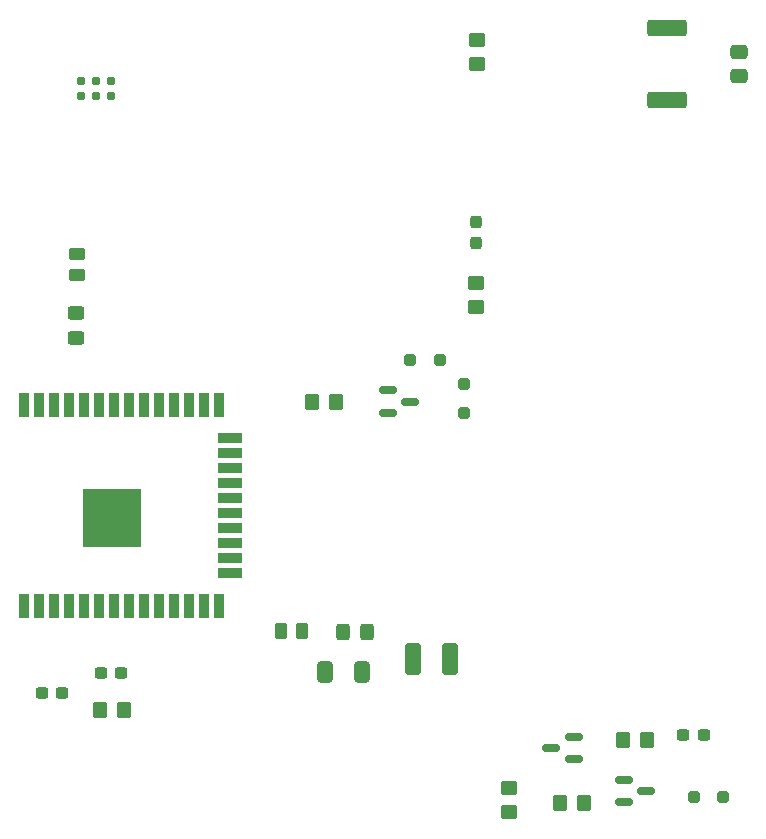
<source format=gtp>
G04 #@! TF.GenerationSoftware,KiCad,Pcbnew,(7.0.0-0)*
G04 #@! TF.CreationDate,2023-03-22T08:14:14+00:00*
G04 #@! TF.ProjectId,ESP_AC_CDI_1,4553505f-4143-45f4-9344-495f312e6b69,rev?*
G04 #@! TF.SameCoordinates,Original*
G04 #@! TF.FileFunction,Paste,Top*
G04 #@! TF.FilePolarity,Positive*
%FSLAX46Y46*%
G04 Gerber Fmt 4.6, Leading zero omitted, Abs format (unit mm)*
G04 Created by KiCad (PCBNEW (7.0.0-0)) date 2023-03-22 08:14:14*
%MOMM*%
%LPD*%
G01*
G04 APERTURE LIST*
G04 Aperture macros list*
%AMRoundRect*
0 Rectangle with rounded corners*
0 $1 Rounding radius*
0 $2 $3 $4 $5 $6 $7 $8 $9 X,Y pos of 4 corners*
0 Add a 4 corners polygon primitive as box body*
4,1,4,$2,$3,$4,$5,$6,$7,$8,$9,$2,$3,0*
0 Add four circle primitives for the rounded corners*
1,1,$1+$1,$2,$3*
1,1,$1+$1,$4,$5*
1,1,$1+$1,$6,$7*
1,1,$1+$1,$8,$9*
0 Add four rect primitives between the rounded corners*
20,1,$1+$1,$2,$3,$4,$5,0*
20,1,$1+$1,$4,$5,$6,$7,0*
20,1,$1+$1,$6,$7,$8,$9,0*
20,1,$1+$1,$8,$9,$2,$3,0*%
G04 Aperture macros list end*
%ADD10RoundRect,0.250000X-0.475000X0.337500X-0.475000X-0.337500X0.475000X-0.337500X0.475000X0.337500X0*%
%ADD11RoundRect,0.249999X1.425001X-0.450001X1.425001X0.450001X-1.425001X0.450001X-1.425001X-0.450001X0*%
%ADD12RoundRect,0.237500X-0.300000X-0.237500X0.300000X-0.237500X0.300000X0.237500X-0.300000X0.237500X0*%
%ADD13RoundRect,0.237500X0.300000X0.237500X-0.300000X0.237500X-0.300000X-0.237500X0.300000X-0.237500X0*%
%ADD14RoundRect,0.250000X0.250000X0.250000X-0.250000X0.250000X-0.250000X-0.250000X0.250000X-0.250000X0*%
%ADD15RoundRect,0.250000X-0.250000X0.250000X-0.250000X-0.250000X0.250000X-0.250000X0.250000X0.250000X0*%
%ADD16RoundRect,0.250000X-0.325000X-0.450000X0.325000X-0.450000X0.325000X0.450000X-0.325000X0.450000X0*%
%ADD17RoundRect,0.250000X-0.350000X-0.450000X0.350000X-0.450000X0.350000X0.450000X-0.350000X0.450000X0*%
%ADD18R,0.900000X2.000000*%
%ADD19R,2.000000X0.900000*%
%ADD20R,5.000000X5.000000*%
%ADD21RoundRect,0.250000X-0.412500X-1.100000X0.412500X-1.100000X0.412500X1.100000X-0.412500X1.100000X0*%
%ADD22RoundRect,0.250000X0.350000X0.450000X-0.350000X0.450000X-0.350000X-0.450000X0.350000X-0.450000X0*%
%ADD23RoundRect,0.250000X-0.450000X0.325000X-0.450000X-0.325000X0.450000X-0.325000X0.450000X0.325000X0*%
%ADD24RoundRect,0.150000X0.587500X0.150000X-0.587500X0.150000X-0.587500X-0.150000X0.587500X-0.150000X0*%
%ADD25RoundRect,0.250000X0.450000X-0.350000X0.450000X0.350000X-0.450000X0.350000X-0.450000X-0.350000X0*%
%ADD26RoundRect,0.250000X-0.262500X-0.450000X0.262500X-0.450000X0.262500X0.450000X-0.262500X0.450000X0*%
%ADD27RoundRect,0.250000X-0.450000X0.350000X-0.450000X-0.350000X0.450000X-0.350000X0.450000X0.350000X0*%
%ADD28RoundRect,0.150000X-0.587500X-0.150000X0.587500X-0.150000X0.587500X0.150000X-0.587500X0.150000X0*%
%ADD29C,0.787400*%
%ADD30RoundRect,0.237500X0.237500X-0.300000X0.237500X0.300000X-0.237500X0.300000X-0.237500X-0.300000X0*%
%ADD31RoundRect,0.250000X-0.450000X0.262500X-0.450000X-0.262500X0.450000X-0.262500X0.450000X0.262500X0*%
%ADD32RoundRect,0.250000X0.412500X0.650000X-0.412500X0.650000X-0.412500X-0.650000X0.412500X-0.650000X0*%
G04 APERTURE END LIST*
D10*
X226550000Y-85212500D03*
X226550000Y-87287500D03*
D11*
X220490000Y-83200000D03*
X220490000Y-89300000D03*
D12*
X172517500Y-137830000D03*
X174242500Y-137830000D03*
D13*
X169252500Y-139510000D03*
X167527500Y-139510000D03*
X223562500Y-143050000D03*
X221837500Y-143050000D03*
D14*
X201230000Y-111330000D03*
X198730000Y-111330000D03*
X225210000Y-148280000D03*
X222710000Y-148280000D03*
D15*
X203280000Y-113322500D03*
X203280000Y-115822500D03*
D16*
X193000000Y-134300000D03*
X195050000Y-134300000D03*
D17*
X211400000Y-148850000D03*
X213400000Y-148850000D03*
D18*
X165974999Y-132159999D03*
X167244999Y-132159999D03*
X168514999Y-132159999D03*
X169784999Y-132159999D03*
X171054999Y-132159999D03*
X172324999Y-132159999D03*
X173594999Y-132159999D03*
X174864999Y-132159999D03*
X176134999Y-132159999D03*
X177404999Y-132159999D03*
X178674999Y-132159999D03*
X179944999Y-132159999D03*
X181214999Y-132159999D03*
X182484999Y-132159999D03*
D19*
X183484999Y-129374999D03*
X183484999Y-128104999D03*
X183484999Y-126834999D03*
X183484999Y-125564999D03*
X183484999Y-124294999D03*
X183484999Y-123024999D03*
X183484999Y-121754999D03*
X183484999Y-120484999D03*
X183484999Y-119214999D03*
X183484999Y-117944999D03*
D18*
X182484999Y-115159999D03*
X181214999Y-115159999D03*
X179944999Y-115159999D03*
X178674999Y-115159999D03*
X177404999Y-115159999D03*
X176134999Y-115159999D03*
X174864999Y-115159999D03*
X173594999Y-115159999D03*
X172324999Y-115159999D03*
X171054999Y-115159999D03*
X169784999Y-115159999D03*
X168514999Y-115159999D03*
X167244999Y-115159999D03*
X165974999Y-115159999D03*
D20*
X173474999Y-124659999D03*
D21*
X198975000Y-136600000D03*
X202100000Y-136600000D03*
D22*
X218750000Y-143470000D03*
X216750000Y-143470000D03*
D23*
X170420000Y-107375000D03*
X170420000Y-109425000D03*
D24*
X212537500Y-145120000D03*
X212537500Y-143220000D03*
X210662500Y-144170000D03*
D25*
X207050000Y-149575000D03*
X207050000Y-147575000D03*
D26*
X187747500Y-134280000D03*
X189572500Y-134280000D03*
D27*
X204320000Y-104830000D03*
X204320000Y-106830000D03*
D28*
X216842500Y-146860000D03*
X216842500Y-148760000D03*
X218717500Y-147810000D03*
X196795000Y-113880000D03*
X196795000Y-115780000D03*
X198670000Y-114830000D03*
D22*
X192420000Y-114830000D03*
X190420000Y-114830000D03*
D29*
X170810000Y-88980000D03*
X170810000Y-87710000D03*
X172080000Y-88980000D03*
X172080000Y-87710000D03*
X173350000Y-88980000D03*
X173350000Y-87710000D03*
D30*
X204310000Y-99667500D03*
X204310000Y-101392500D03*
D31*
X170510000Y-102325000D03*
X170510000Y-104150000D03*
D32*
X194652500Y-137740000D03*
X191527500Y-137740000D03*
D22*
X174480000Y-140950000D03*
X172480000Y-140950000D03*
D25*
X204380000Y-86210000D03*
X204380000Y-84210000D03*
M02*

</source>
